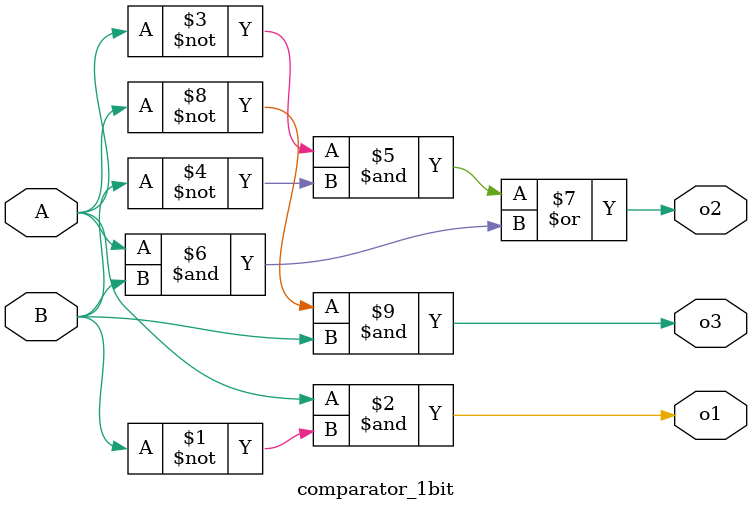
<source format=v>
module comparator_1bit (
    input A,
    input B,
    output o1,  
    output o2,  
    output o3  
);


assign o1 = A & (~B);   
assign o2 = (~A & ~B) | (A & B);  
assign o3 = (~A) & B;   

endmodule


</source>
